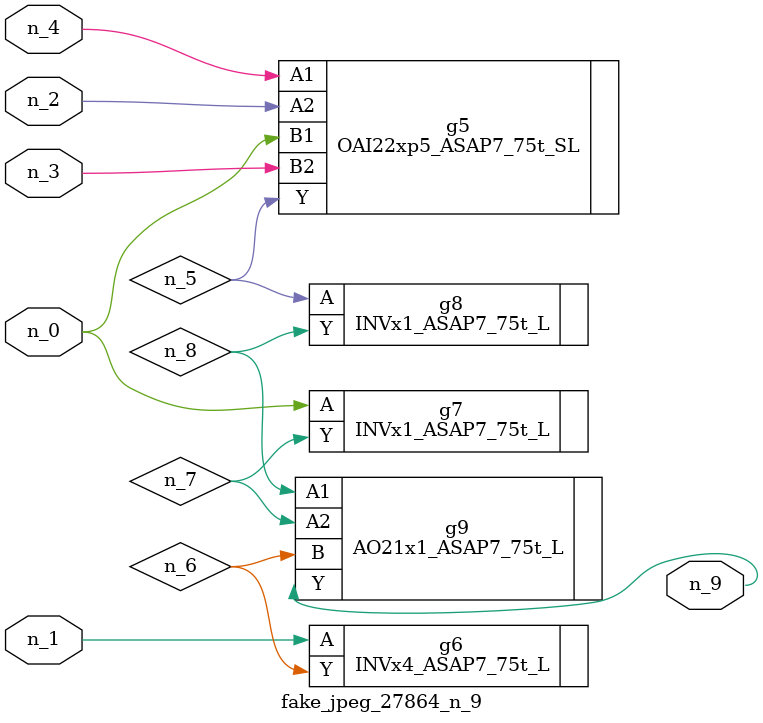
<source format=v>
module fake_jpeg_27864_n_9 (n_3, n_2, n_1, n_0, n_4, n_9);

input n_3;
input n_2;
input n_1;
input n_0;
input n_4;

output n_9;

wire n_8;
wire n_6;
wire n_5;
wire n_7;

OAI22xp5_ASAP7_75t_SL g5 ( 
.A1(n_4),
.A2(n_2),
.B1(n_0),
.B2(n_3),
.Y(n_5)
);

INVx4_ASAP7_75t_L g6 ( 
.A(n_1),
.Y(n_6)
);

INVx1_ASAP7_75t_L g7 ( 
.A(n_0),
.Y(n_7)
);

INVx1_ASAP7_75t_L g8 ( 
.A(n_5),
.Y(n_8)
);

AO21x1_ASAP7_75t_L g9 ( 
.A1(n_8),
.A2(n_7),
.B(n_6),
.Y(n_9)
);


endmodule
</source>
